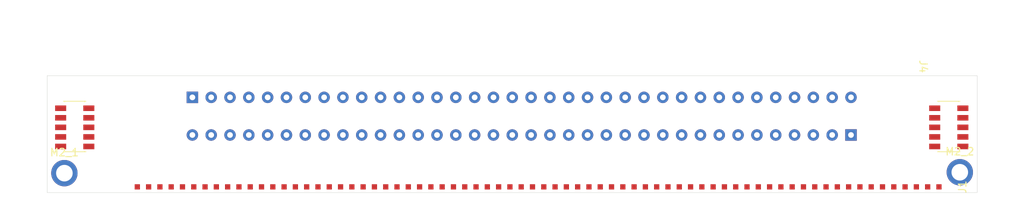
<source format=kicad_pcb>
(kicad_pcb (version 20240108) (generator "pcbnew") (generator_version "8.0")
  (layers (0 "F.Cu" signal) (31 "B.Cu" signal) (34 "B.Paste" user) (35 "F.Paste" user) (36 "B.SilkS" user "B.Silkscreen") (37 "F.SilkS" user "F.Silkscreen") (38 "B.Mask" user) (39 "F.Mask" user) (44 "Edge.Cuts" user))
  (net 0 "")
  (net 1 "D37")
  (net 2 "D46")
  (net 3 "D3")
  (net 4 "D40")
  (net 5 "CLK0")
  (net 6 "D32")
  (net 7 "A8")
  (net 8 "A14")
  (net 9 "A1")
  (net 10 "CLK2")
  (net 11 "D44")
  (net 12 "A9")
  (net 13 "D0")
  (net 14 "D42")
  (net 15 "D7")
  (net 16 "D25")
  (net 17 "A7")
  (net 18 "D35")
  (net 19 "A2")
  (net 20 "D1")
  (net 21 "D45")
  (net 22 "D33")
  (net 23 "A12")
  (net 24 "D29")
  (net 25 "D30")
  (net 26 "A3")
  (net 27 "D47")
  (net 28 "D6")
  (net 29 "D43")
  (net 30 "D24")
  (net 31 "D17")
  (net 32 "D9")
  (net 33 "D34")
  (net 34 "D49")
  (net 35 "VCC")
  (net 36 "A0")
  (net 37 "A10")
  (net 38 "D4")
  (net 39 "CLK1")
  (net 40 "D48")
  (net 41 "A11")
  (net 42 "D15")
  (net 43 "A6")
  (net 44 "D26")
  (net 45 "D14")
  (net 46 "A15")
  (net 47 "D31")
  (net 48 "+12V")
  (net 49 "A13")
  (net 50 "D22")
  (net 51 "D2")
  (net 52 "D28")
  (net 53 "D16")
  (net 54 "D5")
  (net 55 "D41")
  (net 56 "D23")
  (net 57 "D27")
  (net 58 "D36")
  (net 59 "A5")
  (net 60 "D8")
  (net 61 "GND")
  (net 62 "A4")
  (footprint "!MiniReader:UNIVERSAL_NES" (layer "F.Cu") (at 101.245 46.79)
    (property "Reference" "J4" (at 54.6 -6.5 -90) (layer "F.SilkS"))
    (property "Value" "UNIVERSAL NES")
    (fp_line (start -59.62 -1.88) (end -56.65 -1.88) (stroke (width 0.12)) (layer "F.SilkS"))
    (fp_line (start -59.615 4.82) (end -56.645 4.82) (stroke (width 0.12)) (layer "F.SilkS"))
    (fp_line (start -59.465 -1.88) (end -59.465 -1.82) (stroke (width 0.12)) (layer "F.SilkS"))
    (fp_line (start -59.46 4.76) (end -59.46 4.82) (stroke (width 0.12)) (layer "F.SilkS"))
    (fp_line (start -56.805 -1.88) (end -56.805 -1.82) (stroke (width 0.12)) (layer "F.SilkS"))
    (fp_line (start -56.8 4.76) (end -56.8 4.82) (stroke (width 0.12)) (layer "F.SilkS"))
    (fp_line (start 56.5 -1.88) (end 59.47 -1.88) (stroke (width 0.12)) (layer "F.SilkS"))
    (fp_line (start 56.505 4.82) (end 59.475 4.82) (stroke (width 0.12)) (layer "F.SilkS"))
    (fp_line (start 56.655 -1.88) (end 56.655 -1.82) (stroke (width 0.12)) (layer "F.SilkS"))
    (fp_line (start 56.66 4.76) (end 56.66 4.82) (stroke (width 0.12)) (layer "F.SilkS"))
    (fp_line (start 59.315 -1.88) (end 59.315 -1.82) (stroke (width 0.12)) (layer "F.SilkS"))
    (fp_line (start 59.32 4.76) (end 59.32 4.82) (stroke (width 0.12)) (layer "F.SilkS"))
    (pad "1" thru_hole rect (at -42.5 -2.4 90) (size 1.524 1.524) (drill 0.762) (layers "*.Cu" "*.Mask") (net 5 "CLK0"))
    (pad "2" thru_hole circle (at -40 -2.4 90) (size 1.524 1.524) (drill 0.762) (layers "*.Cu" "*.Mask") (net 36 "A0"))
    (pad "3" thru_hole circle (at -37.5 -2.4 90) (size 1.524 1.524) (drill 0.762) (layers "*.Cu" "*.Mask") (net 44 "D26"))
    (pad "4" thru_hole circle (at -35 -2.4 90) (size 1.524 1.524) (drill 0.762) (layers "*.Cu" "*.Mask") (net 57 "D27"))
    (pad "5" thru_hole circle (at -32.5 -2.4 90) (size 1.524 1.524) (drill 0.762) (layers "*.Cu" "*.Mask") (net 52 "D28"))
    (pad "6" thru_hole circle (at -30 -2.4 90) (size 1.524 1.524) (drill 0.762) (layers "*.Cu" "*.Mask") (net 46 "A15"))
    (pad "7" thru_hole circle (at -27.5 -2.4 90) (size 1.524 1.524) (drill 0.762) (layers "*.Cu" "*.Mask") (net 8 "A14"))
    (pad "8" thru_hole circle (at -25 -2.4 90) (size 1.524 1.524) (drill 0.762) (layers "*.Cu" "*.Mask") (net 49 "A13"))
    (pad "9" thru_hole circle (at -22.5 -2.4 90) (size 1.524 1.524) (drill 0.762) (layers "*.Cu" "*.Mask") (net 23 "A12"))
    (pad "10" thru_hole circle (at -20 -2.4 90) (size 1.524 1.524) (drill 0.762) (layers "*.Cu" "*.Mask") (net 41 "A11"))
    (pad "11" thru_hole circle (at -17.5 -2.4 90) (size 1.524 1.524) (drill 0.762) (layers "*.Cu" "*.Mask") (net 37 "A10"))
    (pad "12" thru_hole circle (at -15 -2.4 90) (size 1.524 1.524) (drill 0.762) (layers "*.Cu" "*.Mask") (net 12 "A9"))
    (pad "13" thru_hole circle (at -12.5 -2.4 90) (size 1.524 1.524) (drill 0.762) (layers "*.Cu" "*.Mask") (net 7 "A8"))
    (pad "14" thru_hole circle (at -10 -2.4 90) (size 1.524 1.524) (drill 0.762) (layers "*.Cu" "*.Mask") (net 9 "A1"))
    (pad "15" thru_hole circle (at -7.5 -2.4 90) (size 1.524 1.524) (drill 0.762) (layers "*.Cu" "*.Mask") (net 60 "D8"))
    (pad "16" thru_hole circle (at -5 -2.4 90) (size 1.524 1.524) (drill 0.762) (layers "*.Cu" "*.Mask") (net 15 "D7"))
    (pad "17" thru_hole circle (at -2.5 -2.4 90) (size 1.524 1.524) (drill 0.762) (layers "*.Cu" "*.Mask") (net 28 "D6"))
    (pad "18" thru_hole circle (at 0 -2.4 90) (size 1.524 1.524) (drill 0.762) (layers "*.Cu" "*.Mask") (net 53 "D16"))
    (pad "19" thru_hole circle (at 2.5 -2.4 90) (size 1.524 1.524) (drill 0.762) (layers "*.Cu" "*.Mask") (net 31 "D17"))
    (pad "20" thru_hole circle (at 5 -2.4 90) (size 1.524 1.524) (drill 0.762) (layers "*.Cu" "*.Mask") (net 19 "A2"))
    (pad "21" thru_hole circle (at 7.5 -2.4 90) (size 1.524 1.524) (drill 0.762) (layers "*.Cu" "*.Mask") (net 26 "A3"))
    (pad "22" thru_hole circle (at 10 -2.4 90) (size 1.524 1.524) (drill 0.762) (layers "*.Cu" "*.Mask") (net 62 "A4"))
    (pad "23" thru_hole circle (at 12.5 -2.4 90) (size 1.524 1.524) (drill 0.762) (layers "*.Cu" "*.Mask") (net 14 "D42"))
    (pad "24" thru_hole circle (at 15 -2.4 90) (size 1.524 1.524) (drill 0.762) (layers "*.Cu" "*.Mask") (net 50 "D22"))
    (pad "25" thru_hole circle (at 17.5 -2.4 90) (size 1.524 1.524) (drill 0.762) (layers "*.Cu" "*.Mask") (net 56 "D23"))
    (pad "26" thru_hole circle (at 20 -2.4 90) (size 1.524 1.524) (drill 0.762) (layers "*.Cu" "*.Mask") (net 16 "D25"))
    (pad "27" thru_hole circle (at 22.5 -2.4 90) (size 1.524 1.524) (drill 0.762) (layers "*.Cu" "*.Mask") (net 30 "D24"))
    (pad "28" thru_hole circle (at 25 -2.4 90) (size 1.524 1.524) (drill 0.762) (layers "*.Cu" "*.Mask") (net 44 "D26"))
    (pad "29" thru_hole circle (at 27.5 -2.4 90) (size 1.524 1.524) (drill 0.762) (layers "*.Cu" "*.Mask") (net 57 "D27"))
    (pad "30" thru_hole circle (at 30 -2.4 90) (size 1.524 1.524) (drill 0.762) (layers "*.Cu" "*.Mask") (net 46 "A15"))
    (pad "31" thru_hole circle (at 32.5 -2.4 90) (size 1.524 1.524) (drill 0.762) (layers "*.Cu" "*.Mask") (net 8 "A14"))
    (pad "32" thru_hole circle (at 35 -2.4 90) (size 1.524 1.524) (drill 0.762) (layers "*.Cu" "*.Mask") (net 49 "A13"))
    (pad "33" thru_hole circle (at 37.5 -2.4 90) (size 1.524 1.524) (drill 0.762) (layers "*.Cu" "*.Mask") (net 23 "A12"))
    (pad "34" thru_hole circle (at 40 -2.4 90) (size 1.524 1.524) (drill 0.762) (layers "*.Cu" "*.Mask"))
    (pad "35" thru_hole circle (at 42.5 -2.4 90) (size 1.524 1.524) (drill 0.762) (layers "*.Cu" "*.Mask"))
    (pad "36" thru_hole circle (at 45 -2.4 90) (size 1.524 1.524) (drill 0.762) (layers "*.Cu" "*.Mask") (net 61 "GND"))
    (pad "37" thru_hole circle (at -42.5 2.6 90) (size 1.524 1.524) (drill 0.762) (layers "*.Cu" "*.Mask") (net 61 "GND"))
    (pad "38" thru_hole circle (at -40 2.6 90) (size 1.524 1.524) (drill 0.762) (layers "*.Cu" "*.Mask") (net 16 "D25"))
    (pad "39" thru_hole circle (at -37.5 2.6 90) (size 1.524 1.524) (drill 0.762) (layers "*.Cu" "*.Mask") (net 30 "D24"))
    (pad "40" thru_hole circle (at -35 2.6 90) (size 1.524 1.524) (drill 0.762) (layers "*.Cu" "*.Mask") (net 56 "D23"))
    (pad "41" thru_hole circle (at -32.5 2.6 90) (size 1.524 1.524) (drill 0.762) (layers "*.Cu" "*.Mask") (net 50 "D22"))
    (pad "42" thru_hole circle (at -30 2.6 90) (size 1.524 1.524) (drill 0.762) (layers "*.Cu" "*.Mask") (net 14 "D42"))
    (pad "43" thru_hole circle (at -27.5 2.6 90) (size 1.524 1.524) (drill 0.762) (layers "*.Cu" "*.Mask") (net 29 "D43"))
    (pad "44" thru_hole circle (at -25 2.6 90) (size 1.524 1.524) (drill 0.762) (layers "*.Cu" "*.Mask") (net 11 "D44"))
    (pad "45" thru_hole circle (at -22.5 2.6 90) (size 1.524 1.524) (drill 0.762) (layers "*.Cu" "*.Mask") (net 21 "D45"))
    (pad "46" thru_hole circle (at -20 2.6 90) (size 1.524 1.524) (drill 0.762) (layers "*.Cu" "*.Mask") (net 2 "D46"))
    (pad "47" thru_hole circle (at -17.5 2.6 90) (size 1.524 1.524) (drill 0.762) (layers "*.Cu" "*.Mask") (net 27 "D47"))
    (pad "48" thru_hole circle (at -15 2.6 90) (size 1.524 1.524) (drill 0.762) (layers "*.Cu" "*.Mask") (net 40 "D48"))
    (pad "49" thru_hole circle (at -12.5 2.6 90) (size 1.524 1.524) (drill 0.762) (layers "*.Cu" "*.Mask") (net 34 "D49"))
    (pad "50" thru_hole circle (at -10 2.6 90) (size 1.524 1.524) (drill 0.762) (layers "*.Cu" "*.Mask") (net 17 "A7"))
    (pad "51" thru_hole circle (at -7.5 2.6 90) (size 1.524 1.524) (drill 0.762) (layers "*.Cu" "*.Mask") (net 43 "A6"))
    (pad "52" thru_hole circle (at -5 2.6 90) (size 1.524 1.524) (drill 0.762) (layers "*.Cu" "*.Mask") (net 33 "D34"))
    (pad "53" thru_hole circle (at -2.5 2.6 90) (size 1.524 1.524) (drill 0.762) (layers "*.Cu" "*.Mask") (net 22 "D33"))
    (pad "54" thru_hole circle (at 0 2.6 90) (size 1.524 1.524) (drill 0.762) (layers "*.Cu" "*.Mask") (net 6 "D32"))
    (pad "55" thru_hole circle (at 2.5 2.6 90) (size 1.524 1.524) (drill 0.762) (layers "*.Cu" "*.Mask") (net 47 "D31"))
    (pad "56" thru_hole circle (at 5 2.6 90) (size 1.524 1.524) (drill 0.762) (layers "*.Cu" "*.Mask") (net 25 "D30"))
    (pad "57" thru_hole circle (at 7.5 2.6 90) (size 1.524 1.524) (drill 0.762) (layers "*.Cu" "*.Mask") (net 59 "A5"))
    (pad "58" thru_hole circle (at 10 2.6 90) (size 1.524 1.524) (drill 0.762) (layers "*.Cu" "*.Mask") (net 18 "D35"))
    (pad "59" thru_hole circle (at 12.5 2.6 90) (size 1.524 1.524) (drill 0.762) (layers "*.Cu" "*.Mask") (net 29 "D43"))
    (pad "60" thru_hole circle (at 15 2.6 90) (size 1.524 1.524) (drill 0.762) (layers "*.Cu" "*.Mask") (net 11 "D44"))
    (pad "61" thru_hole circle (at 17.5 2.6 90) (size 1.524 1.524) (drill 0.762) (layers "*.Cu" "*.Mask") (net 21 "D45"))
    (pad "62" thru_hole circle (at 20 2.6 90) (size 1.524 1.524) (drill 0.762) (layers "*.Cu" "*.Mask") (net 2 "D46"))
    (pad "63" thru_hole circle (at 22.5 2.6 90) (size 1.524 1.524) (drill 0.762) (layers "*.Cu" "*.Mask") (net 27 "D47"))
    (pad "64" thru_hole circle (at 25 2.6 90) (size 1.524 1.524) (drill 0.762) (layers "*.Cu" "*.Mask") (net 40 "D48"))
    (pad "65" thru_hole circle (at 27.5 2.6 90) (size 1.524 1.524) (drill 0.762) (layers "*.Cu" "*.Mask") (net 34 "D49"))
    (pad "66" thru_hole circle (at 30 2.6 90) (size 1.524 1.524) (drill 0.762) (layers "*.Cu" "*.Mask") (net 7 "A8"))
    (pad "67" thru_hole circle (at 32.5 2.6 90) (size 1.524 1.524) (drill 0.762) (layers "*.Cu" "*.Mask") (net 12 "A9"))
    (pad "68" thru_hole circle (at 35 2.6 90) (size 1.524 1.524) (drill 0.762) (layers "*.Cu" "*.Mask") (net 37 "A10"))
    (pad "69" thru_hole circle (at 37.5 2.6 90) (size 1.524 1.524) (drill 0.762) (layers "*.Cu" "*.Mask") (net 41 "A11"))
    (pad "70" thru_hole circle (at 40 2.6 90) (size 1.524 1.524) (drill 0.762) (layers "*.Cu" "*.Mask"))
    (pad "71" thru_hole circle (at 42.5 2.6 90) (size 1.524 1.524) (drill 0.762) (layers "*.Cu" "*.Mask"))
    (pad "72" thru_hole rect (at 45 2.6 90) (size 1.524 1.524) (drill 0.762) (layers "*.Cu" "*.Mask") (net 35 "VCC"))
    (pad "73" smd rect (at -56.26 -0.955) (size 1.47 0.74) (layers "F.Cu" "F.Paste" "F.Mask") (net 51 "D2"))
    (pad "74" smd rect (at -60 -0.955) (size 1.47 0.74) (layers "F.Cu" "F.Paste" "F.Mask") (net 39 "CLK1"))
    (pad "75" smd rect (at -56.26 0.315) (size 1.47 0.74) (layers "F.Cu" "F.Paste" "F.Mask") (net 42 "D15"))
    (pad "76" smd rect (at -60 0.315) (size 1.47 0.74) (layers "F.Cu" "F.Paste" "F.Mask") (net 45 "D14"))
    (pad "77" smd rect (at -56.26 1.585) (size 1.47 0.74) (layers "F.Cu" "F.Paste" "F.Mask") (net 24 "D29"))
    (pad "78" smd rect (at -60 1.585) (size 1.47 0.74) (layers "F.Cu" "F.Paste" "F.Mask") (net 32 "D9"))
    (pad "79" smd rect (at -56.26 2.855) (size 1.47 0.74) (layers "F.Cu" "F.Paste" "F.Mask") (net 35 "VCC"))
    (pad "80" smd rect (at -60 2.855) (size 1.47 0.74) (layers "F.Cu" "F.Paste" "F.Mask") (net 54 "D5"))
    (pad "81" smd rect (at -56.26 4.125) (size 1.47 0.74) (layers "F.Cu" "F.Paste" "F.Mask") (net 38 "D4"))
    (pad "82" smd rect (at -60 4.125) (size 1.47 0.74) (layers "F.Cu" "F.Paste" "F.Mask") (net 3 "D3"))
    (pad "83" smd rect (at 59.86 -0.955) (size 1.47 0.74) (layers "F.Cu" "F.Paste" "F.Mask") (net 13 "D0"))
    (pad "84" smd rect (at 56.12 -0.955) (size 1.47 0.74) (layers "F.Cu" "F.Paste" "F.Mask") (net 4 "D40"))
    (pad "85" smd rect (at 59.86 0.315) (size 1.47 0.74) (layers "F.Cu" "F.Paste" "F.Mask") (net 55 "D41"))
    (pad "86" smd rect (at 56.12 0.315) (size 1.47 0.74) (layers "F.Cu" "F.Paste" "F.Mask") (net 48 "+12V"))
    (pad "87" smd rect (at 59.86 1.585) (size 1.47 0.74) (layers "F.Cu" "F.Paste" "F.Mask") (net 10 "CLK2"))
    (pad "88" smd rect (at 56.12 1.585) (size 1.47 0.74) (layers "F.Cu" "F.Paste" "F.Mask") (net 1 "D37"))
    (pad "89" smd rect (at 59.86 2.855) (size 1.47 0.74) (layers "F.Cu" "F.Paste" "F.Mask") (net 58 "D36"))
    (pad "90" smd rect (at 56.12 2.855) (size 1.47 0.74) (layers "F.Cu" "F.Paste" "F.Mask") (net 20 "D1"))
    (pad "91" smd rect (at 59.86 4.125) (size 1.47 0.74) (layers "F.Cu" "F.Paste" "F.Mask"))
    (pad "92" smd rect (at 56.12 4.125) (size 1.47 0.74) (layers "F.Cu" "F.Paste" "F.Mask"))
  )
  (footprint "MountingHole:MountingHole_2.2mm_M2_ISO7380_Pad" (layer "F.Cu") (at 41.74 54.46)
    (property "Reference" "M2_1" (at 0 -2.75 0) (layer "F.SilkS"))
    (property "Value" "Screw_Terminal_01x01")
    (pad "1" thru_hole circle (at 0 0) (size 3.5 3.5) (drill 2.2) (layers "*.Cu" "*.Mask") (net 61 "GND"))
  )
  (footprint "!MiniReader:PinHeader_1x72_P1.00mm_Vertical" (layer "F.Cu") (at 157.93 56.28 -90)
    (property "Reference" "J1" (at 0.025 -3.125 90) (layer "F.SilkS"))
    (property "Value" "Conn_01x72")
    (pad "1" smd rect (at 0 0 270) (size 0.7 0.7) (layers "F.Cu" "F.Paste" "F.Mask") (net 39 "CLK1"))
    (pad "2" smd rect (at 0 1.5 270) (size 0.7 0.7) (layers "F.Cu" "F.Paste" "F.Mask") (net 42 "D15"))
    (pad "3" smd rect (at 0 3 270) (size 0.7 0.7) (layers "F.Cu" "F.Paste" "F.Mask") (net 45 "D14"))
    (pad "4" smd rect (at 0 4.5 270) (size 0.7 0.7) (layers "F.Cu" "F.Paste" "F.Mask") (net 24 "D29"))
    (pad "5" smd rect (at 0 6 270) (size 0.7 0.7) (layers "F.Cu" "F.Paste" "F.Mask") (net 5 "CLK0"))
    (pad "6" smd rect (at 0 7.5 270) (size 0.7 0.7) (layers "F.Cu" "F.Paste" "F.Mask") (net 36 "A0"))
    (pad "7" smd rect (at 0 9 270) (size 0.7 0.7) (layers "F.Cu" "F.Paste" "F.Mask") (net 52 "D28"))
    (pad "8" smd rect (at 0 10.5 270) (size 0.7 0.7) (layers "F.Cu" "F.Paste" "F.Mask") (net 46 "A15"))
    (pad "9" smd rect (at 0 12 270) (size 0.7 0.7) (layers "F.Cu" "F.Paste" "F.Mask") (net 8 "A14"))
    (pad "10" smd rect (at 0 13.5 270) (size 0.7 0.7) (layers "F.Cu" "F.Paste" "F.Mask") (net 49 "A13"))
    (pad "11" smd rect (at 0 15 270) (size 0.7 0.7) (layers "F.Cu" "F.Paste" "F.Mask") (net 23 "A12"))
    (pad "12" smd rect (at 0 16.5 270) (size 0.7 0.7) (layers "F.Cu" "F.Paste" "F.Mask") (net 41 "A11"))
    (pad "13" smd rect (at 0 18 270) (size 0.7 0.7) (layers "F.Cu" "F.Paste" "F.Mask") (net 37 "A10"))
    (pad "14" smd rect (at 0 19.5 270) (size 0.7 0.7) (layers "F.Cu" "F.Paste" "F.Mask") (net 12 "A9"))
    (pad "15" smd rect (at 0 21 270) (size 0.7 0.7) (layers "F.Cu" "F.Paste" "F.Mask") (net 7 "A8"))
    (pad "16" smd rect (at 0 22.5 270) (size 0.7 0.7) (layers "F.Cu" "F.Paste" "F.Mask") (net 9 "A1"))
    (pad "17" smd rect (at 0 24 270) (size 0.7 0.7) (layers "F.Cu" "F.Paste" "F.Mask") (net 60 "D8"))
    (pad "18" smd rect (at 0 25.5 270) (size 0.7 0.7) (layers "F.Cu" "F.Paste" "F.Mask") (net 15 "D7"))
    (pad "19" smd rect (at 0 27 270) (size 0.7 0.7) (layers "F.Cu" "F.Paste" "F.Mask") (net 28 "D6"))
    (pad "20" smd rect (at 0 28.5 270) (size 0.7 0.7) (layers "F.Cu" "F.Paste" "F.Mask") (net 53 "D16"))
    (pad "21" smd rect (at 0 30 270) (size 0.7 0.7) (layers "F.Cu" "F.Paste" "F.Mask") (net 31 "D17"))
    (pad "22" smd rect (at 0 31.5 270) (size 0.7 0.7) (layers "F.Cu" "F.Paste" "F.Mask") (net 19 "A2"))
    (pad "23" smd rect (at 0 33 270) (size 0.7 0.7) (layers "F.Cu" "F.Paste" "F.Mask") (net 26 "A3"))
    (pad "24" smd rect (at 0 34.5 270) (size 0.7 0.7) (layers "F.Cu" "F.Paste" "F.Mask") (net 62 "A4"))
    (pad "25" smd rect (at 0 36 270) (size 0.7 0.7) (layers "F.Cu" "F.Paste" "F.Mask") (net 14 "D42"))
    (pad "26" smd rect (at 0 37.5 270) (size 0.7 0.7) (layers "F.Cu" "F.Paste" "F.Mask") (net 50 "D22"))
    (pad "27" smd rect (at 0 39 270) (size 0.7 0.7) (layers "F.Cu" "F.Paste" "F.Mask") (net 56 "D23"))
    (pad "28" smd rect (at 0 40.5 270) (size 0.7 0.7) (layers "F.Cu" "F.Paste" "F.Mask") (net 16 "D25"))
    (pad "29" smd rect (at 0 42 270) (size 0.7 0.7) (layers "F.Cu" "F.Paste" "F.Mask") (net 30 "D24"))
    (pad "30" smd rect (at 0 43.5 270) (size 0.7 0.7) (layers "F.Cu" "F.Paste" "F.Mask") (net 44 "D26"))
    (pad "31" smd rect (at 0 45 270) (size 0.7 0.7) (layers "F.Cu" "F.Paste" "F.Mask") (net 57 "D27"))
    (pad "32" smd rect (at 0 46.5 270) (size 0.7 0.7) (layers "F.Cu" "F.Paste" "F.Mask") (net 46 "A15"))
    (pad "33" smd rect (at 0 48 270) (size 0.7 0.7) (layers "F.Cu" "F.Paste" "F.Mask") (net 8 "A14"))
    (pad "34" smd rect (at 0 49.5 270) (size 0.7 0.7) (layers "F.Cu" "F.Paste" "F.Mask") (net 49 "A13"))
    (pad "35" smd rect (at 0 51 270) (size 0.7 0.7) (layers "F.Cu" "F.Paste" "F.Mask") (net 23 "A12"))
    (pad "36" smd rect (at 0 52.5 270) (size 0.7 0.7) (layers "F.Cu" "F.Paste" "F.Mask") (net 54 "D5"))
    (pad "37" smd rect (at 0 54 270) (size 0.7 0.7) (layers "F.Cu" "F.Paste" "F.Mask") (net 35 "VCC"))
    (pad "38" smd rect (at 0 55.5 270) (size 0.7 0.7) (layers "F.Cu" "F.Paste" "F.Mask") (net 32 "D9"))
    (pad "39" smd rect (at 0 57 270) (size 0.7 0.7) (layers "F.Cu" "F.Paste" "F.Mask") (net 61 "GND"))
    (pad "40" smd rect (at 0 58.5 270) (size 0.7 0.7) (layers "F.Cu" "F.Paste" "F.Mask") (net 51 "D2"))
    (pad "41" smd rect (at 0 60 270) (size 0.7 0.7) (layers "F.Cu" "F.Paste" "F.Mask") (net 3 "D3"))
    (pad "42" smd rect (at 0 61.5 270) (size 0.7 0.7) (layers "F.Cu" "F.Paste" "F.Mask") (net 4 "D40"))
    (pad "43" smd rect (at 0 63 270) (size 0.7 0.7) (layers "F.Cu" "F.Paste" "F.Mask") (net 55 "D41"))
    (pad "44" smd rect (at 0 64.5 270) (size 0.7 0.7) (layers "F.Cu" "F.Paste" "F.Mask") (net 48 "+12V"))
    (pad "45" smd rect (at 0 66 270) (size 0.7 0.7) (layers "F.Cu" "F.Paste" "F.Mask") (net 61 "GND"))
    (pad "46" smd rect (at 0 67.5 270) (size 0.7 0.7) (layers "F.Cu" "F.Paste" "F.Mask") (net 17 "A7"))
    (pad "47" smd rect (at 0 69 270) (size 0.7 0.7) (layers "F.Cu" "F.Paste" "F.Mask") (net 43 "A6"))
    (pad "48" smd rect (at 0 70.5 270) (size 0.7 0.7) (layers "F.Cu" "F.Paste" "F.Mask") (net 33 "D34"))
    (pad "49" smd rect (at 0 72 270) (size 0.7 0.7) (layers "F.Cu" "F.Paste" "F.Mask") (net 22 "D33"))
    (pad "50" smd rect (at 0 73.5 270) (size 0.7 0.7) (layers "F.Cu" "F.Paste" "F.Mask") (net 6 "D32"))
    (pad "51" smd rect (at 0 75 270) (size 0.7 0.7) (layers "F.Cu" "F.Paste" "F.Mask") (net 47 "D31"))
    (pad "52" smd rect (at 0 76.5 270) (size 0.7 0.7) (layers "F.Cu" "F.Paste" "F.Mask") (net 25 "D30"))
    (pad "53" smd rect (at 0 78 270) (size 0.7 0.7) (layers "F.Cu" "F.Paste" "F.Mask") (net 59 "A5"))
    (pad "54" smd rect (at 0 79.5 270) (size 0.7 0.7) (layers "F.Cu" "F.Paste" "F.Mask") (net 18 "D35"))
    (pad "55" smd rect (at 0 81 270) (size 0.7 0.7) (layers "F.Cu" "F.Paste" "F.Mask") (net 29 "D43"))
    (pad "56" smd rect (at 0 82.5 270) (size 0.7 0.7) (layers "F.Cu" "F.Paste" "F.Mask") (net 11 "D44"))
    (pad "57" smd rect (at 0 84 270) (size 0.7 0.7) (layers "F.Cu" "F.Paste" "F.Mask") (net 21 "D45"))
    (pad "58" smd rect (at 0 85.5 270) (size 0.7 0.7) (layers "F.Cu" "F.Paste" "F.Mask") (net 2 "D46"))
    (pad "59" smd rect (at 0 87 270) (size 0.7 0.7) (layers "F.Cu" "F.Paste" "F.Mask") (net 27 "D47"))
    (pad "60" smd rect (at 0 88.5 270) (size 0.7 0.7) (layers "F.Cu" "F.Paste" "F.Mask") (net 40 "D48"))
    (pad "61" smd rect (at 0 90 270) (size 0.7 0.7) (layers "F.Cu" "F.Paste" "F.Mask") (net 34 "D49"))
    (pad "62" smd rect (at 0 91.5 270) (size 0.7 0.7) (layers "F.Cu" "F.Paste" "F.Mask") (net 7 "A8"))
    (pad "63" smd rect (at 0 93 270) (size 0.7 0.7) (layers "F.Cu" "F.Paste" "F.Mask") (net 12 "A9"))
    (pad "64" smd rect (at 0 94.5 270) (size 0.7 0.7) (layers "F.Cu" "F.Paste" "F.Mask") (net 37 "A10"))
    (pad "65" smd rect (at 0 96 270) (size 0.7 0.7) (layers "F.Cu" "F.Paste" "F.Mask") (net 41 "A11"))
    (pad "66" smd rect (at 0 97.5 270) (size 0.7 0.7) (layers "F.Cu" "F.Paste" "F.Mask") (net 13 "D0"))
    (pad "67" smd rect (at 0 99 270) (size 0.7 0.7) (layers "F.Cu" "F.Paste" "F.Mask") (net 38 "D4"))
    (pad "68" smd rect (at 0 100.5 270) (size 0.7 0.7) (layers "F.Cu" "F.Paste" "F.Mask") (net 35 "VCC"))
    (pad "69" smd rect (at 0 102 270) (size 0.7 0.7) (layers "F.Cu" "F.Paste" "F.Mask") (net 1 "D37"))
    (pad "70" smd rect (at 0 103.5 270) (size 0.7 0.7) (layers "F.Cu" "F.Paste" "F.Mask") (net 58 "D36"))
    (pad "71" smd rect (at 0 105 270) (size 0.7 0.7) (layers "F.Cu" "F.Paste" "F.Mask") (net 20 "D1"))
    (pad "72" smd rect (at 0 106.5 270) (size 0.7 0.7) (layers "F.Cu" "F.Paste" "F.Mask") (net 10 "CLK2"))
  )
  (footprint "MountingHole:MountingHole_2.2mm_M2_ISO7380_Pad" (layer "F.Cu") (at 160.7 54.34)
    (property "Reference" "M2_2" (at 0 -2.75 0) (layer "F.SilkS"))
    (property "Value" "Screw_Terminal_01x01")
    (pad "1" thru_hole circle (at 0 0) (size 3.5 3.5) (drill 2.2) (layers "*.Cu" "*.Mask") (net 61 "GND"))
  )
  (gr_rect (start 39.45 41.51) (end 163.01 57.035) (stroke (width 0.05)) (fill none) (layer "Edge.Cuts"))
)
</source>
